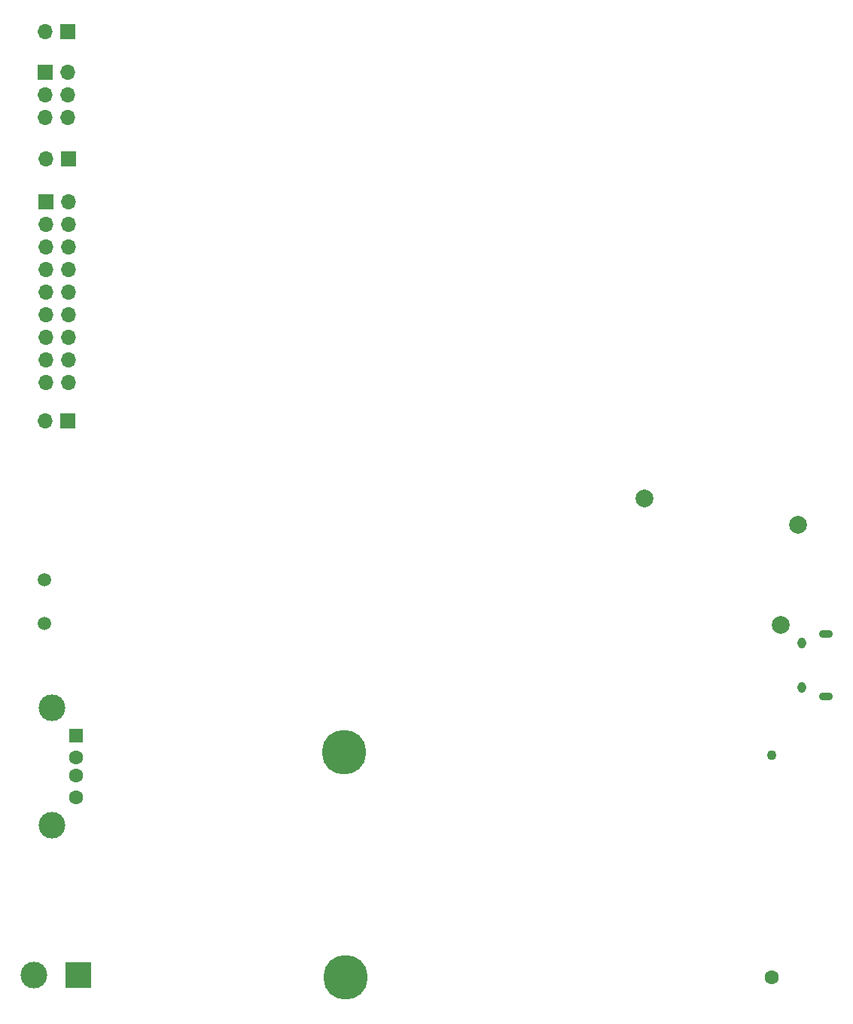
<source format=gbs>
%TF.GenerationSoftware,KiCad,Pcbnew,(5.1.10)-1*%
%TF.CreationDate,2022-07-03T20:16:09+06:00*%
%TF.ProjectId,CM3_IO_Board,434d335f-494f-45f4-926f-6172642e6b69,rev?*%
%TF.SameCoordinates,Original*%
%TF.FileFunction,Soldermask,Bot*%
%TF.FilePolarity,Negative*%
%FSLAX46Y46*%
G04 Gerber Fmt 4.6, Leading zero omitted, Abs format (unit mm)*
G04 Created by KiCad (PCBNEW (5.1.10)-1) date 2022-07-03 20:16:09*
%MOMM*%
%LPD*%
G01*
G04 APERTURE LIST*
%ADD10C,1.600000*%
%ADD11C,1.100000*%
%ADD12R,1.700000X1.700000*%
%ADD13O,1.700000X1.700000*%
%ADD14O,0.950000X1.250000*%
%ADD15O,1.550000X0.890000*%
%ADD16R,3.000000X3.000000*%
%ADD17C,3.000000*%
%ADD18R,1.500000X1.600000*%
%ADD19C,2.000000*%
%ADD20C,1.500000*%
%ADD21C,5.000000*%
%ADD22C,2.900000*%
G04 APERTURE END LIST*
D10*
%TO.C,J1*%
X129540000Y-142548000D03*
D11*
X129540000Y-117548000D03*
%TD*%
D12*
%TO.C,J4*%
X47900000Y-55300000D03*
D13*
X50440000Y-55300000D03*
X47900000Y-57840000D03*
X50440000Y-57840000D03*
X47900000Y-60380000D03*
X50440000Y-60380000D03*
X47900000Y-62920000D03*
X50440000Y-62920000D03*
X47900000Y-65460000D03*
X50440000Y-65460000D03*
X47900000Y-68000000D03*
X50440000Y-68000000D03*
X47900000Y-70540000D03*
X50440000Y-70540000D03*
X47900000Y-73080000D03*
X50440000Y-73080000D03*
X47900000Y-75620000D03*
X50440000Y-75620000D03*
%TD*%
D12*
%TO.C,J3*%
X47860000Y-40760000D03*
D13*
X50400000Y-40760000D03*
X47860000Y-43300000D03*
X50400000Y-43300000D03*
X47860000Y-45840000D03*
X50400000Y-45840000D03*
%TD*%
D14*
%TO.C,J2*%
X132984000Y-109942000D03*
X132984000Y-104942000D03*
D15*
X135684000Y-110942000D03*
X135684000Y-103942000D03*
%TD*%
D12*
%TO.C,J5*%
X50360000Y-36180000D03*
D13*
X47820000Y-36180000D03*
%TD*%
%TO.C,J6*%
X47920000Y-50490000D03*
D12*
X50460000Y-50490000D03*
%TD*%
D16*
%TO.C,J7*%
X51562000Y-142240000D03*
D17*
X46562000Y-142240000D03*
%TD*%
D10*
%TO.C,J11*%
X51308000Y-122316000D03*
X51308000Y-119816000D03*
X51308000Y-117816000D03*
D18*
X51308000Y-115316000D03*
D17*
X48598000Y-125386000D03*
X48598000Y-112246000D03*
%TD*%
D19*
%TO.C,TP1*%
X130556000Y-102870000D03*
%TD*%
%TO.C,TP2*%
X115230000Y-88700000D03*
%TD*%
%TO.C,TP3*%
X132550000Y-91640000D03*
%TD*%
D20*
%TO.C,Y1*%
X47752000Y-97790000D03*
X47752000Y-102690000D03*
%TD*%
D13*
%TO.C,J9*%
X47880000Y-79910000D03*
D12*
X50420000Y-79910000D03*
%TD*%
D21*
%TO.C,H1*%
X81452720Y-117236240D03*
D22*
X81452720Y-117236240D03*
%TD*%
D21*
%TO.C,H2*%
X81668620Y-142521940D03*
D22*
X81668620Y-142521940D03*
%TD*%
M02*

</source>
